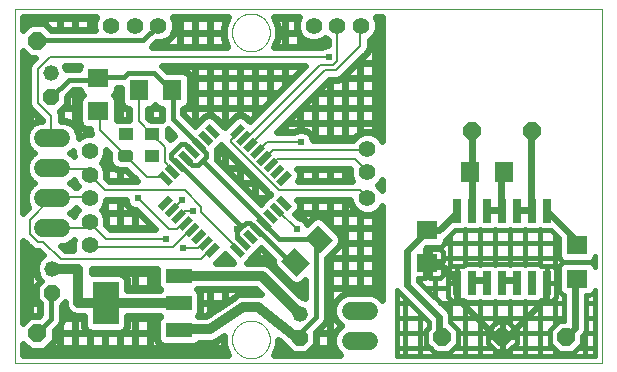
<source format=gtl>
G75*
%MOIN*%
%OFA0B0*%
%FSLAX25Y25*%
%IPPOS*%
%LPD*%
%AMOC8*
5,1,8,0,0,1.08239X$1,22.5*
%
%ADD10C,0.00000*%
%ADD11R,0.05000X0.02200*%
%ADD12R,0.02200X0.05000*%
%ADD13C,0.05600*%
%ADD14C,0.01969*%
%ADD15R,0.05118X0.03937*%
%ADD16R,0.06299X0.07087*%
%ADD17R,0.07087X0.06299*%
%ADD18OC8,0.05200*%
%ADD19C,0.05200*%
%ADD20OC8,0.06000*%
%ADD21R,0.08799X0.04799*%
%ADD22R,0.08661X0.14173*%
%ADD23C,0.06000*%
%ADD24R,0.02600X0.08000*%
%ADD25R,0.06299X0.07098*%
%ADD26R,0.07098X0.06299*%
%ADD27C,0.03200*%
%ADD28C,0.01600*%
%ADD29C,0.02400*%
%ADD30C,0.00800*%
%ADD31C,0.02400*%
D10*
X0012716Y0017082D02*
X0012716Y0135193D01*
X0208513Y0135193D01*
X0208513Y0017082D01*
X0139537Y0017082D01*
X0085157Y0024956D02*
X0085159Y0025114D01*
X0085165Y0025272D01*
X0085175Y0025430D01*
X0085189Y0025588D01*
X0085207Y0025745D01*
X0085228Y0025902D01*
X0085254Y0026058D01*
X0085284Y0026214D01*
X0085317Y0026369D01*
X0085355Y0026522D01*
X0085396Y0026675D01*
X0085441Y0026827D01*
X0085490Y0026978D01*
X0085543Y0027127D01*
X0085599Y0027275D01*
X0085659Y0027421D01*
X0085723Y0027566D01*
X0085791Y0027709D01*
X0085862Y0027851D01*
X0085936Y0027991D01*
X0086014Y0028128D01*
X0086096Y0028264D01*
X0086180Y0028398D01*
X0086269Y0028529D01*
X0086360Y0028658D01*
X0086455Y0028785D01*
X0086552Y0028910D01*
X0086653Y0029032D01*
X0086757Y0029151D01*
X0086864Y0029268D01*
X0086974Y0029382D01*
X0087087Y0029493D01*
X0087202Y0029602D01*
X0087320Y0029707D01*
X0087441Y0029809D01*
X0087564Y0029909D01*
X0087690Y0030005D01*
X0087818Y0030098D01*
X0087948Y0030188D01*
X0088081Y0030274D01*
X0088216Y0030358D01*
X0088352Y0030437D01*
X0088491Y0030514D01*
X0088632Y0030586D01*
X0088774Y0030656D01*
X0088918Y0030721D01*
X0089064Y0030783D01*
X0089211Y0030841D01*
X0089360Y0030896D01*
X0089510Y0030947D01*
X0089661Y0030994D01*
X0089813Y0031037D01*
X0089966Y0031076D01*
X0090121Y0031112D01*
X0090276Y0031143D01*
X0090432Y0031171D01*
X0090588Y0031195D01*
X0090745Y0031215D01*
X0090903Y0031231D01*
X0091060Y0031243D01*
X0091219Y0031251D01*
X0091377Y0031255D01*
X0091535Y0031255D01*
X0091693Y0031251D01*
X0091852Y0031243D01*
X0092009Y0031231D01*
X0092167Y0031215D01*
X0092324Y0031195D01*
X0092480Y0031171D01*
X0092636Y0031143D01*
X0092791Y0031112D01*
X0092946Y0031076D01*
X0093099Y0031037D01*
X0093251Y0030994D01*
X0093402Y0030947D01*
X0093552Y0030896D01*
X0093701Y0030841D01*
X0093848Y0030783D01*
X0093994Y0030721D01*
X0094138Y0030656D01*
X0094280Y0030586D01*
X0094421Y0030514D01*
X0094560Y0030437D01*
X0094696Y0030358D01*
X0094831Y0030274D01*
X0094964Y0030188D01*
X0095094Y0030098D01*
X0095222Y0030005D01*
X0095348Y0029909D01*
X0095471Y0029809D01*
X0095592Y0029707D01*
X0095710Y0029602D01*
X0095825Y0029493D01*
X0095938Y0029382D01*
X0096048Y0029268D01*
X0096155Y0029151D01*
X0096259Y0029032D01*
X0096360Y0028910D01*
X0096457Y0028785D01*
X0096552Y0028658D01*
X0096643Y0028529D01*
X0096732Y0028398D01*
X0096816Y0028264D01*
X0096898Y0028128D01*
X0096976Y0027991D01*
X0097050Y0027851D01*
X0097121Y0027709D01*
X0097189Y0027566D01*
X0097253Y0027421D01*
X0097313Y0027275D01*
X0097369Y0027127D01*
X0097422Y0026978D01*
X0097471Y0026827D01*
X0097516Y0026675D01*
X0097557Y0026522D01*
X0097595Y0026369D01*
X0097628Y0026214D01*
X0097658Y0026058D01*
X0097684Y0025902D01*
X0097705Y0025745D01*
X0097723Y0025588D01*
X0097737Y0025430D01*
X0097747Y0025272D01*
X0097753Y0025114D01*
X0097755Y0024956D01*
X0097753Y0024798D01*
X0097747Y0024640D01*
X0097737Y0024482D01*
X0097723Y0024324D01*
X0097705Y0024167D01*
X0097684Y0024010D01*
X0097658Y0023854D01*
X0097628Y0023698D01*
X0097595Y0023543D01*
X0097557Y0023390D01*
X0097516Y0023237D01*
X0097471Y0023085D01*
X0097422Y0022934D01*
X0097369Y0022785D01*
X0097313Y0022637D01*
X0097253Y0022491D01*
X0097189Y0022346D01*
X0097121Y0022203D01*
X0097050Y0022061D01*
X0096976Y0021921D01*
X0096898Y0021784D01*
X0096816Y0021648D01*
X0096732Y0021514D01*
X0096643Y0021383D01*
X0096552Y0021254D01*
X0096457Y0021127D01*
X0096360Y0021002D01*
X0096259Y0020880D01*
X0096155Y0020761D01*
X0096048Y0020644D01*
X0095938Y0020530D01*
X0095825Y0020419D01*
X0095710Y0020310D01*
X0095592Y0020205D01*
X0095471Y0020103D01*
X0095348Y0020003D01*
X0095222Y0019907D01*
X0095094Y0019814D01*
X0094964Y0019724D01*
X0094831Y0019638D01*
X0094696Y0019554D01*
X0094560Y0019475D01*
X0094421Y0019398D01*
X0094280Y0019326D01*
X0094138Y0019256D01*
X0093994Y0019191D01*
X0093848Y0019129D01*
X0093701Y0019071D01*
X0093552Y0019016D01*
X0093402Y0018965D01*
X0093251Y0018918D01*
X0093099Y0018875D01*
X0092946Y0018836D01*
X0092791Y0018800D01*
X0092636Y0018769D01*
X0092480Y0018741D01*
X0092324Y0018717D01*
X0092167Y0018697D01*
X0092009Y0018681D01*
X0091852Y0018669D01*
X0091693Y0018661D01*
X0091535Y0018657D01*
X0091377Y0018657D01*
X0091219Y0018661D01*
X0091060Y0018669D01*
X0090903Y0018681D01*
X0090745Y0018697D01*
X0090588Y0018717D01*
X0090432Y0018741D01*
X0090276Y0018769D01*
X0090121Y0018800D01*
X0089966Y0018836D01*
X0089813Y0018875D01*
X0089661Y0018918D01*
X0089510Y0018965D01*
X0089360Y0019016D01*
X0089211Y0019071D01*
X0089064Y0019129D01*
X0088918Y0019191D01*
X0088774Y0019256D01*
X0088632Y0019326D01*
X0088491Y0019398D01*
X0088352Y0019475D01*
X0088216Y0019554D01*
X0088081Y0019638D01*
X0087948Y0019724D01*
X0087818Y0019814D01*
X0087690Y0019907D01*
X0087564Y0020003D01*
X0087441Y0020103D01*
X0087320Y0020205D01*
X0087202Y0020310D01*
X0087087Y0020419D01*
X0086974Y0020530D01*
X0086864Y0020644D01*
X0086757Y0020761D01*
X0086653Y0020880D01*
X0086552Y0021002D01*
X0086455Y0021127D01*
X0086360Y0021254D01*
X0086269Y0021383D01*
X0086180Y0021514D01*
X0086096Y0021648D01*
X0086014Y0021784D01*
X0085936Y0021921D01*
X0085862Y0022061D01*
X0085791Y0022203D01*
X0085723Y0022346D01*
X0085659Y0022491D01*
X0085599Y0022637D01*
X0085543Y0022785D01*
X0085490Y0022934D01*
X0085441Y0023085D01*
X0085396Y0023237D01*
X0085355Y0023390D01*
X0085317Y0023543D01*
X0085284Y0023698D01*
X0085254Y0023854D01*
X0085228Y0024010D01*
X0085207Y0024167D01*
X0085189Y0024324D01*
X0085175Y0024482D01*
X0085165Y0024640D01*
X0085159Y0024798D01*
X0085157Y0024956D01*
X0012716Y0017082D02*
X0208513Y0017082D01*
X0085157Y0127319D02*
X0085159Y0127477D01*
X0085165Y0127635D01*
X0085175Y0127793D01*
X0085189Y0127951D01*
X0085207Y0128108D01*
X0085228Y0128265D01*
X0085254Y0128421D01*
X0085284Y0128577D01*
X0085317Y0128732D01*
X0085355Y0128885D01*
X0085396Y0129038D01*
X0085441Y0129190D01*
X0085490Y0129341D01*
X0085543Y0129490D01*
X0085599Y0129638D01*
X0085659Y0129784D01*
X0085723Y0129929D01*
X0085791Y0130072D01*
X0085862Y0130214D01*
X0085936Y0130354D01*
X0086014Y0130491D01*
X0086096Y0130627D01*
X0086180Y0130761D01*
X0086269Y0130892D01*
X0086360Y0131021D01*
X0086455Y0131148D01*
X0086552Y0131273D01*
X0086653Y0131395D01*
X0086757Y0131514D01*
X0086864Y0131631D01*
X0086974Y0131745D01*
X0087087Y0131856D01*
X0087202Y0131965D01*
X0087320Y0132070D01*
X0087441Y0132172D01*
X0087564Y0132272D01*
X0087690Y0132368D01*
X0087818Y0132461D01*
X0087948Y0132551D01*
X0088081Y0132637D01*
X0088216Y0132721D01*
X0088352Y0132800D01*
X0088491Y0132877D01*
X0088632Y0132949D01*
X0088774Y0133019D01*
X0088918Y0133084D01*
X0089064Y0133146D01*
X0089211Y0133204D01*
X0089360Y0133259D01*
X0089510Y0133310D01*
X0089661Y0133357D01*
X0089813Y0133400D01*
X0089966Y0133439D01*
X0090121Y0133475D01*
X0090276Y0133506D01*
X0090432Y0133534D01*
X0090588Y0133558D01*
X0090745Y0133578D01*
X0090903Y0133594D01*
X0091060Y0133606D01*
X0091219Y0133614D01*
X0091377Y0133618D01*
X0091535Y0133618D01*
X0091693Y0133614D01*
X0091852Y0133606D01*
X0092009Y0133594D01*
X0092167Y0133578D01*
X0092324Y0133558D01*
X0092480Y0133534D01*
X0092636Y0133506D01*
X0092791Y0133475D01*
X0092946Y0133439D01*
X0093099Y0133400D01*
X0093251Y0133357D01*
X0093402Y0133310D01*
X0093552Y0133259D01*
X0093701Y0133204D01*
X0093848Y0133146D01*
X0093994Y0133084D01*
X0094138Y0133019D01*
X0094280Y0132949D01*
X0094421Y0132877D01*
X0094560Y0132800D01*
X0094696Y0132721D01*
X0094831Y0132637D01*
X0094964Y0132551D01*
X0095094Y0132461D01*
X0095222Y0132368D01*
X0095348Y0132272D01*
X0095471Y0132172D01*
X0095592Y0132070D01*
X0095710Y0131965D01*
X0095825Y0131856D01*
X0095938Y0131745D01*
X0096048Y0131631D01*
X0096155Y0131514D01*
X0096259Y0131395D01*
X0096360Y0131273D01*
X0096457Y0131148D01*
X0096552Y0131021D01*
X0096643Y0130892D01*
X0096732Y0130761D01*
X0096816Y0130627D01*
X0096898Y0130491D01*
X0096976Y0130354D01*
X0097050Y0130214D01*
X0097121Y0130072D01*
X0097189Y0129929D01*
X0097253Y0129784D01*
X0097313Y0129638D01*
X0097369Y0129490D01*
X0097422Y0129341D01*
X0097471Y0129190D01*
X0097516Y0129038D01*
X0097557Y0128885D01*
X0097595Y0128732D01*
X0097628Y0128577D01*
X0097658Y0128421D01*
X0097684Y0128265D01*
X0097705Y0128108D01*
X0097723Y0127951D01*
X0097737Y0127793D01*
X0097747Y0127635D01*
X0097753Y0127477D01*
X0097755Y0127319D01*
X0097753Y0127161D01*
X0097747Y0127003D01*
X0097737Y0126845D01*
X0097723Y0126687D01*
X0097705Y0126530D01*
X0097684Y0126373D01*
X0097658Y0126217D01*
X0097628Y0126061D01*
X0097595Y0125906D01*
X0097557Y0125753D01*
X0097516Y0125600D01*
X0097471Y0125448D01*
X0097422Y0125297D01*
X0097369Y0125148D01*
X0097313Y0125000D01*
X0097253Y0124854D01*
X0097189Y0124709D01*
X0097121Y0124566D01*
X0097050Y0124424D01*
X0096976Y0124284D01*
X0096898Y0124147D01*
X0096816Y0124011D01*
X0096732Y0123877D01*
X0096643Y0123746D01*
X0096552Y0123617D01*
X0096457Y0123490D01*
X0096360Y0123365D01*
X0096259Y0123243D01*
X0096155Y0123124D01*
X0096048Y0123007D01*
X0095938Y0122893D01*
X0095825Y0122782D01*
X0095710Y0122673D01*
X0095592Y0122568D01*
X0095471Y0122466D01*
X0095348Y0122366D01*
X0095222Y0122270D01*
X0095094Y0122177D01*
X0094964Y0122087D01*
X0094831Y0122001D01*
X0094696Y0121917D01*
X0094560Y0121838D01*
X0094421Y0121761D01*
X0094280Y0121689D01*
X0094138Y0121619D01*
X0093994Y0121554D01*
X0093848Y0121492D01*
X0093701Y0121434D01*
X0093552Y0121379D01*
X0093402Y0121328D01*
X0093251Y0121281D01*
X0093099Y0121238D01*
X0092946Y0121199D01*
X0092791Y0121163D01*
X0092636Y0121132D01*
X0092480Y0121104D01*
X0092324Y0121080D01*
X0092167Y0121060D01*
X0092009Y0121044D01*
X0091852Y0121032D01*
X0091693Y0121024D01*
X0091535Y0121020D01*
X0091377Y0121020D01*
X0091219Y0121024D01*
X0091060Y0121032D01*
X0090903Y0121044D01*
X0090745Y0121060D01*
X0090588Y0121080D01*
X0090432Y0121104D01*
X0090276Y0121132D01*
X0090121Y0121163D01*
X0089966Y0121199D01*
X0089813Y0121238D01*
X0089661Y0121281D01*
X0089510Y0121328D01*
X0089360Y0121379D01*
X0089211Y0121434D01*
X0089064Y0121492D01*
X0088918Y0121554D01*
X0088774Y0121619D01*
X0088632Y0121689D01*
X0088491Y0121761D01*
X0088352Y0121838D01*
X0088216Y0121917D01*
X0088081Y0122001D01*
X0087948Y0122087D01*
X0087818Y0122177D01*
X0087690Y0122270D01*
X0087564Y0122366D01*
X0087441Y0122466D01*
X0087320Y0122568D01*
X0087202Y0122673D01*
X0087087Y0122782D01*
X0086974Y0122893D01*
X0086864Y0123007D01*
X0086757Y0123124D01*
X0086653Y0123243D01*
X0086552Y0123365D01*
X0086455Y0123490D01*
X0086360Y0123617D01*
X0086269Y0123746D01*
X0086180Y0123877D01*
X0086096Y0124011D01*
X0086014Y0124147D01*
X0085936Y0124284D01*
X0085862Y0124424D01*
X0085791Y0124566D01*
X0085723Y0124709D01*
X0085659Y0124854D01*
X0085599Y0125000D01*
X0085543Y0125148D01*
X0085490Y0125297D01*
X0085441Y0125448D01*
X0085396Y0125600D01*
X0085355Y0125753D01*
X0085317Y0125906D01*
X0085284Y0126061D01*
X0085254Y0126217D01*
X0085228Y0126373D01*
X0085207Y0126530D01*
X0085189Y0126687D01*
X0085175Y0126845D01*
X0085165Y0127003D01*
X0085159Y0127161D01*
X0085157Y0127319D01*
D11*
G36*
X0079550Y0091782D02*
X0076016Y0095316D01*
X0077572Y0096872D01*
X0081106Y0093338D01*
X0079550Y0091782D01*
G37*
G36*
X0077322Y0089555D02*
X0073788Y0093089D01*
X0075344Y0094645D01*
X0078878Y0091111D01*
X0077322Y0089555D01*
G37*
G36*
X0075095Y0087328D02*
X0071561Y0090862D01*
X0073117Y0092418D01*
X0076651Y0088884D01*
X0075095Y0087328D01*
G37*
G36*
X0072868Y0085101D02*
X0069334Y0088635D01*
X0070890Y0090191D01*
X0074424Y0086657D01*
X0072868Y0085101D01*
G37*
G36*
X0070641Y0082874D02*
X0067107Y0086408D01*
X0068663Y0087964D01*
X0072197Y0084430D01*
X0070641Y0082874D01*
G37*
G36*
X0068414Y0080647D02*
X0064880Y0084181D01*
X0066436Y0085737D01*
X0069970Y0082203D01*
X0068414Y0080647D01*
G37*
G36*
X0066187Y0078420D02*
X0062653Y0081954D01*
X0064209Y0083510D01*
X0067743Y0079976D01*
X0066187Y0078420D01*
G37*
G36*
X0063960Y0076193D02*
X0060426Y0079727D01*
X0061982Y0081283D01*
X0065516Y0077749D01*
X0063960Y0076193D01*
G37*
G36*
X0092314Y0056747D02*
X0088780Y0060281D01*
X0090336Y0061837D01*
X0093870Y0058303D01*
X0092314Y0056747D01*
G37*
G36*
X0090087Y0054520D02*
X0086553Y0058054D01*
X0088109Y0059610D01*
X0091643Y0056076D01*
X0090087Y0054520D01*
G37*
G36*
X0087860Y0052292D02*
X0084326Y0055826D01*
X0085882Y0057382D01*
X0089416Y0053848D01*
X0087860Y0052292D01*
G37*
G36*
X0094541Y0058974D02*
X0091007Y0062508D01*
X0092563Y0064064D01*
X0096097Y0060530D01*
X0094541Y0058974D01*
G37*
G36*
X0096768Y0061201D02*
X0093234Y0064735D01*
X0094790Y0066291D01*
X0098324Y0062757D01*
X0096768Y0061201D01*
G37*
G36*
X0098996Y0063428D02*
X0095462Y0066962D01*
X0097018Y0068518D01*
X0100552Y0064984D01*
X0098996Y0063428D01*
G37*
G36*
X0101223Y0065655D02*
X0097689Y0069189D01*
X0099245Y0070745D01*
X0102779Y0067211D01*
X0101223Y0065655D01*
G37*
G36*
X0103450Y0067882D02*
X0099916Y0071416D01*
X0101472Y0072972D01*
X0105006Y0069438D01*
X0103450Y0067882D01*
G37*
D12*
G36*
X0101472Y0076193D02*
X0099916Y0077749D01*
X0103450Y0081283D01*
X0105006Y0079727D01*
X0101472Y0076193D01*
G37*
G36*
X0099245Y0078420D02*
X0097689Y0079976D01*
X0101223Y0083510D01*
X0102779Y0081954D01*
X0099245Y0078420D01*
G37*
G36*
X0097018Y0080647D02*
X0095462Y0082203D01*
X0098996Y0085737D01*
X0100552Y0084181D01*
X0097018Y0080647D01*
G37*
G36*
X0094790Y0082874D02*
X0093234Y0084430D01*
X0096768Y0087964D01*
X0098324Y0086408D01*
X0094790Y0082874D01*
G37*
G36*
X0092563Y0085101D02*
X0091007Y0086657D01*
X0094541Y0090191D01*
X0096097Y0088635D01*
X0092563Y0085101D01*
G37*
G36*
X0090336Y0087328D02*
X0088780Y0088884D01*
X0092314Y0092418D01*
X0093870Y0090862D01*
X0090336Y0087328D01*
G37*
G36*
X0088109Y0089555D02*
X0086553Y0091111D01*
X0090087Y0094645D01*
X0091643Y0093089D01*
X0088109Y0089555D01*
G37*
G36*
X0085882Y0091782D02*
X0084326Y0093338D01*
X0087860Y0096872D01*
X0089416Y0095316D01*
X0085882Y0091782D01*
G37*
G36*
X0061982Y0067882D02*
X0060426Y0069438D01*
X0063960Y0072972D01*
X0065516Y0071416D01*
X0061982Y0067882D01*
G37*
G36*
X0064209Y0065655D02*
X0062653Y0067211D01*
X0066187Y0070745D01*
X0067743Y0069189D01*
X0064209Y0065655D01*
G37*
G36*
X0066436Y0063428D02*
X0064880Y0064984D01*
X0068414Y0068518D01*
X0069970Y0066962D01*
X0066436Y0063428D01*
G37*
G36*
X0068663Y0061201D02*
X0067107Y0062757D01*
X0070641Y0066291D01*
X0072197Y0064735D01*
X0068663Y0061201D01*
G37*
G36*
X0070890Y0058974D02*
X0069334Y0060530D01*
X0072868Y0064064D01*
X0074424Y0062508D01*
X0070890Y0058974D01*
G37*
G36*
X0073117Y0056747D02*
X0071561Y0058303D01*
X0075095Y0061837D01*
X0076651Y0060281D01*
X0073117Y0056747D01*
G37*
G36*
X0075344Y0054520D02*
X0073788Y0056076D01*
X0077322Y0059610D01*
X0078878Y0058054D01*
X0075344Y0054520D01*
G37*
G36*
X0077572Y0052292D02*
X0076016Y0053848D01*
X0079550Y0057382D01*
X0081106Y0055826D01*
X0077572Y0052292D01*
G37*
D13*
X0037716Y0056334D03*
X0037716Y0064208D03*
X0037716Y0072082D03*
X0037716Y0079956D03*
X0037716Y0087830D03*
X0044842Y0129582D03*
X0052716Y0129582D03*
X0060590Y0129582D03*
X0112342Y0129582D03*
X0120216Y0129582D03*
X0128090Y0129582D03*
X0130216Y0088519D03*
X0130216Y0080645D03*
X0130216Y0072082D03*
D14*
X0051240Y0085291D02*
X0048090Y0085291D01*
X0048090Y0087259D01*
X0051240Y0087259D01*
X0051240Y0085291D01*
X0051240Y0087259D02*
X0048090Y0087259D01*
D15*
X0049665Y0093362D03*
X0058326Y0093362D03*
X0058326Y0086275D03*
D16*
X0054113Y0108165D03*
X0065137Y0108165D03*
G36*
X0109382Y0058758D02*
X0113835Y0063211D01*
X0118844Y0058202D01*
X0114391Y0053749D01*
X0109382Y0058758D01*
G37*
G36*
X0101587Y0050963D02*
X0106040Y0055416D01*
X0111049Y0050407D01*
X0106596Y0045954D01*
X0101587Y0050963D01*
G37*
D17*
X0150216Y0050321D03*
X0150216Y0061344D03*
X0040629Y0100980D03*
X0040629Y0112004D03*
D18*
X0024674Y0105681D03*
X0025216Y0040582D03*
X0107716Y0025582D03*
D19*
X0107716Y0033582D03*
X0025216Y0048582D03*
X0024674Y0113681D03*
D20*
X0020216Y0124582D03*
X0165216Y0094582D03*
X0185216Y0094582D03*
X0175216Y0025832D03*
X0155216Y0025832D03*
X0196466Y0025832D03*
X0020216Y0027082D03*
D21*
X0067417Y0027984D03*
X0067417Y0037082D03*
X0067417Y0046181D03*
D22*
X0043015Y0037082D03*
D23*
X0028216Y0062082D02*
X0022216Y0062082D01*
X0022216Y0072082D02*
X0028216Y0072082D01*
X0028216Y0082082D02*
X0022216Y0082082D01*
X0022216Y0092082D02*
X0028216Y0092082D01*
X0124716Y0034582D02*
X0130716Y0034582D01*
X0130716Y0024582D02*
X0124716Y0024582D01*
D24*
X0160216Y0043732D03*
X0165216Y0043732D03*
X0170216Y0043732D03*
X0175216Y0043732D03*
X0180216Y0043732D03*
X0185216Y0043732D03*
X0190216Y0043732D03*
X0190216Y0067932D03*
X0185216Y0067932D03*
X0180216Y0067932D03*
X0175216Y0067932D03*
X0170216Y0067932D03*
X0165216Y0067932D03*
X0160216Y0067932D03*
D25*
X0164617Y0080832D03*
X0175814Y0080832D03*
D26*
X0200216Y0056431D03*
X0200216Y0045234D03*
D27*
X0107716Y0033582D02*
X0095117Y0046181D01*
X0067417Y0046181D01*
X0067417Y0037082D02*
X0043015Y0037082D01*
X0033966Y0037082D01*
X0033966Y0048582D01*
X0025216Y0048582D01*
X0067417Y0027984D02*
X0067765Y0028332D01*
X0077716Y0028332D01*
X0088966Y0035832D01*
X0093966Y0035832D01*
X0106716Y0025582D01*
X0107716Y0025582D01*
D28*
X0108566Y0026982D01*
X0108566Y0027882D01*
X0113066Y0032382D01*
X0113066Y0058032D01*
X0114113Y0058480D01*
X0113966Y0058482D01*
X0100916Y0058482D01*
X0095966Y0063432D01*
X0095779Y0063746D01*
X0095516Y0064332D01*
X0075716Y0084132D01*
X0075266Y0084582D01*
X0073916Y0083232D01*
X0071666Y0083232D01*
X0069866Y0085032D01*
X0069652Y0085419D01*
X0071666Y0087732D02*
X0071879Y0087646D01*
X0071666Y0087732D02*
X0069416Y0089982D01*
X0068066Y0089982D01*
X0064916Y0086832D01*
X0064916Y0085482D01*
X0067166Y0083232D01*
X0067425Y0083192D01*
X0068066Y0082782D01*
X0087866Y0062982D01*
X0088316Y0062532D01*
X0086966Y0061182D01*
X0086966Y0061632D01*
X0086966Y0061182D02*
X0086966Y0058932D01*
X0088766Y0057132D01*
X0089098Y0057065D01*
X0093266Y0061632D02*
X0093552Y0061519D01*
X0094166Y0061182D01*
X0104516Y0050832D01*
X0106316Y0050832D01*
X0106318Y0050685D01*
X0093266Y0061632D02*
X0091016Y0063882D01*
X0089666Y0063882D01*
X0088316Y0062532D01*
X0075266Y0084582D02*
X0076616Y0085932D01*
X0076616Y0087282D01*
X0074366Y0089532D01*
X0074106Y0089873D01*
X0073916Y0089982D01*
X0065366Y0098532D01*
X0065366Y0107982D01*
X0065137Y0108165D01*
X0064466Y0108432D01*
X0059066Y0113832D01*
X0050516Y0113832D01*
X0049166Y0112482D01*
X0041066Y0112482D01*
X0040629Y0112004D01*
X0040616Y0111582D01*
X0030716Y0111582D01*
X0024866Y0105732D01*
X0024674Y0105681D01*
X0020216Y0124582D02*
X0020366Y0124632D01*
X0055466Y0124632D01*
X0060416Y0129582D01*
X0060590Y0129582D01*
X0161993Y0061532D02*
X0162716Y0061832D01*
X0162716Y0049833D01*
X0162556Y0049767D02*
X0162202Y0049412D01*
X0161753Y0049532D01*
X0160216Y0049532D01*
X0160216Y0043733D01*
X0160216Y0043733D01*
X0160216Y0049532D01*
X0158679Y0049532D01*
X0158221Y0049410D01*
X0157811Y0049173D01*
X0157475Y0048838D01*
X0157238Y0048427D01*
X0157116Y0047969D01*
X0157116Y0043732D01*
X0157116Y0039495D01*
X0157238Y0039038D01*
X0157475Y0038627D01*
X0157811Y0038292D01*
X0158221Y0038055D01*
X0158679Y0037932D01*
X0160216Y0037932D01*
X0161753Y0037932D01*
X0162202Y0038053D01*
X0162556Y0037698D01*
X0163438Y0037332D01*
X0166993Y0037332D01*
X0167716Y0037632D01*
X0167716Y0019482D01*
X0162716Y0019482D02*
X0162716Y0037632D01*
X0160216Y0037932D02*
X0160216Y0043732D01*
X0160216Y0043732D01*
X0160216Y0037932D01*
X0157716Y0038387D02*
X0157716Y0033461D01*
X0157900Y0033015D02*
X0157352Y0034338D01*
X0147074Y0044617D01*
X0147074Y0045371D01*
X0149441Y0045371D01*
X0149441Y0049546D01*
X0150991Y0049546D01*
X0150991Y0051095D01*
X0155559Y0051095D01*
X0155559Y0053707D01*
X0155436Y0054165D01*
X0155199Y0054575D01*
X0154864Y0054911D01*
X0154454Y0055148D01*
X0153996Y0055270D01*
X0150991Y0055270D01*
X0150991Y0051095D01*
X0149441Y0051095D01*
X0149441Y0055270D01*
X0149351Y0055270D01*
X0149876Y0055795D01*
X0154237Y0055795D01*
X0155119Y0056160D01*
X0155794Y0056835D01*
X0156159Y0057717D01*
X0156159Y0058247D01*
X0156340Y0058322D01*
X0159550Y0061532D01*
X0161993Y0061532D01*
X0162716Y0061832D02*
X0163438Y0061532D01*
X0166993Y0061532D01*
X0167716Y0061832D01*
X0167716Y0049833D01*
X0166993Y0050132D01*
X0163438Y0050132D01*
X0162556Y0049767D01*
X0160216Y0047082D02*
X0160216Y0047082D01*
X0157116Y0047082D02*
X0155559Y0047082D01*
X0155559Y0046934D02*
X0155559Y0049546D01*
X0150991Y0049546D01*
X0150991Y0045371D01*
X0153996Y0045371D01*
X0154454Y0045494D01*
X0154864Y0045731D01*
X0155199Y0046066D01*
X0155436Y0046476D01*
X0155559Y0046934D01*
X0157716Y0049078D02*
X0157716Y0059698D01*
X0155896Y0057082D02*
X0194267Y0057082D01*
X0194267Y0058639D02*
X0194267Y0052804D01*
X0194632Y0051922D01*
X0195307Y0051247D01*
X0196189Y0050881D01*
X0204242Y0050881D01*
X0205125Y0051247D01*
X0205800Y0051922D01*
X0206113Y0052678D01*
X0206113Y0048986D01*
X0205800Y0049743D01*
X0205125Y0050418D01*
X0204242Y0050784D01*
X0196189Y0050784D01*
X0195307Y0050418D01*
X0194632Y0049743D01*
X0194267Y0048861D01*
X0194267Y0041607D01*
X0194632Y0040725D01*
X0195307Y0040050D01*
X0195976Y0039773D01*
X0195976Y0031232D01*
X0194229Y0031232D01*
X0191066Y0028069D01*
X0191066Y0023596D01*
X0194229Y0020432D01*
X0198703Y0020432D01*
X0201866Y0023596D01*
X0201866Y0026092D01*
X0202628Y0026854D01*
X0203176Y0028177D01*
X0203176Y0039684D01*
X0204242Y0039684D01*
X0205125Y0040050D01*
X0205800Y0040725D01*
X0206113Y0041482D01*
X0206113Y0019482D01*
X0140216Y0019482D01*
X0140216Y0041584D01*
X0140422Y0041086D01*
X0141434Y0040074D01*
X0150700Y0030808D01*
X0150700Y0028954D01*
X0149816Y0028069D01*
X0149816Y0023596D01*
X0152979Y0020432D01*
X0157453Y0020432D01*
X0160616Y0023596D01*
X0160616Y0028069D01*
X0157900Y0030784D01*
X0157900Y0033015D01*
X0157900Y0032082D02*
X0195976Y0032082D01*
X0192716Y0029719D02*
X0192716Y0038387D01*
X0192621Y0038292D02*
X0192956Y0038627D01*
X0193193Y0039038D01*
X0193316Y0039495D01*
X0193316Y0043732D01*
X0190216Y0043732D01*
X0190216Y0037932D01*
X0191753Y0037932D01*
X0192211Y0038055D01*
X0192621Y0038292D01*
X0190216Y0037932D02*
X0190216Y0043732D01*
X0190216Y0043732D01*
X0190216Y0043732D01*
X0193316Y0043732D01*
X0193316Y0047969D01*
X0193193Y0048427D01*
X0192956Y0048838D01*
X0192621Y0049173D01*
X0192211Y0049410D01*
X0191753Y0049532D01*
X0190216Y0049532D01*
X0190216Y0043733D01*
X0190216Y0043733D01*
X0190216Y0049532D01*
X0188679Y0049532D01*
X0188230Y0049412D01*
X0187875Y0049767D01*
X0186993Y0050132D01*
X0183438Y0050132D01*
X0182716Y0049833D01*
X0182716Y0061832D01*
X0183438Y0061532D01*
X0186993Y0061532D01*
X0187716Y0061832D01*
X0187716Y0049833D01*
X0190216Y0047082D02*
X0190216Y0047082D01*
X0193316Y0047082D02*
X0194267Y0047082D01*
X0192716Y0049078D02*
X0192716Y0060190D01*
X0191373Y0061532D02*
X0194267Y0058639D01*
X0191373Y0061532D02*
X0188438Y0061532D01*
X0187716Y0061832D01*
X0182716Y0061832D02*
X0181993Y0061532D01*
X0178438Y0061532D01*
X0177716Y0061832D01*
X0177716Y0049833D01*
X0176993Y0050132D01*
X0173438Y0050132D01*
X0172716Y0049833D01*
X0172716Y0061832D01*
X0173438Y0061532D01*
X0176993Y0061532D01*
X0177716Y0061832D01*
X0172716Y0061832D02*
X0171993Y0061532D01*
X0168438Y0061532D01*
X0167716Y0061832D01*
X0155559Y0052082D02*
X0194565Y0052082D01*
X0197716Y0050881D02*
X0197716Y0050784D01*
X0202716Y0050784D02*
X0202716Y0050881D01*
X0205866Y0052082D02*
X0206113Y0052082D01*
X0192716Y0043732D02*
X0192716Y0043732D01*
X0193316Y0042082D02*
X0194267Y0042082D01*
X0190216Y0042082D02*
X0190216Y0042082D01*
X0190216Y0037932D02*
X0188679Y0037932D01*
X0188230Y0038053D01*
X0187875Y0037698D01*
X0186993Y0037332D01*
X0183438Y0037332D01*
X0182716Y0037632D01*
X0182716Y0019482D01*
X0177716Y0019482D02*
X0177716Y0021544D01*
X0177204Y0021032D02*
X0180016Y0023844D01*
X0180016Y0025632D01*
X0175416Y0025632D01*
X0175416Y0021032D01*
X0177204Y0021032D01*
X0178254Y0022082D02*
X0192579Y0022082D01*
X0192716Y0021946D02*
X0192716Y0019482D01*
X0197716Y0019482D02*
X0197716Y0020432D01*
X0200353Y0022082D02*
X0206113Y0022082D01*
X0202716Y0019482D02*
X0202716Y0027066D01*
X0202723Y0027082D02*
X0206113Y0027082D01*
X0206113Y0032082D02*
X0203176Y0032082D01*
X0203176Y0037082D02*
X0206113Y0037082D01*
X0195976Y0037082D02*
X0154608Y0037082D01*
X0152716Y0038975D02*
X0152716Y0045371D01*
X0150991Y0047082D02*
X0149441Y0047082D01*
X0147716Y0045371D02*
X0147716Y0043975D01*
X0149608Y0042082D02*
X0157116Y0042082D01*
X0157116Y0043732D02*
X0160216Y0043732D01*
X0160216Y0043732D01*
X0157116Y0043732D01*
X0157716Y0043732D02*
X0157716Y0043732D01*
X0160216Y0042082D02*
X0160216Y0042082D01*
X0167716Y0037632D02*
X0168438Y0037332D01*
X0171993Y0037332D01*
X0172716Y0037632D01*
X0172716Y0030121D01*
X0173228Y0030632D02*
X0170416Y0027821D01*
X0170416Y0026032D01*
X0175016Y0026032D01*
X0175016Y0025632D01*
X0175416Y0025632D01*
X0175416Y0026032D01*
X0180016Y0026032D01*
X0180016Y0027821D01*
X0177204Y0030632D01*
X0175416Y0030632D01*
X0175416Y0026032D01*
X0175016Y0026032D01*
X0175016Y0030632D01*
X0173228Y0030632D01*
X0177716Y0030121D02*
X0177716Y0037632D01*
X0178438Y0037332D01*
X0181993Y0037332D01*
X0182716Y0037632D01*
X0177716Y0037632D02*
X0176993Y0037332D01*
X0173438Y0037332D01*
X0172716Y0037632D01*
X0187716Y0037632D02*
X0187716Y0019482D01*
X0191066Y0027082D02*
X0180016Y0027082D01*
X0177716Y0026032D02*
X0177716Y0025632D01*
X0175016Y0025632D02*
X0175016Y0021032D01*
X0173228Y0021032D01*
X0170416Y0023844D01*
X0170416Y0025632D01*
X0175016Y0025632D01*
X0175016Y0027082D02*
X0175416Y0027082D01*
X0172716Y0026032D02*
X0172716Y0025632D01*
X0170416Y0027082D02*
X0160616Y0027082D01*
X0159103Y0022082D02*
X0172178Y0022082D01*
X0172716Y0021544D02*
X0172716Y0019482D01*
X0175016Y0022082D02*
X0175416Y0022082D01*
X0157716Y0020696D02*
X0157716Y0019482D01*
X0152716Y0019482D02*
X0152716Y0020696D01*
X0151329Y0022082D02*
X0140216Y0022082D01*
X0142716Y0019482D02*
X0142716Y0038792D01*
X0144426Y0037082D02*
X0140216Y0037082D01*
X0140216Y0032082D02*
X0149426Y0032082D01*
X0147716Y0033792D02*
X0147716Y0019482D01*
X0149816Y0027082D02*
X0140216Y0027082D01*
X0152716Y0049546D02*
X0152716Y0051095D01*
X0150991Y0052082D02*
X0149441Y0052082D01*
X0152716Y0055270D02*
X0152716Y0055795D01*
X0167716Y0049833D02*
X0168438Y0050132D01*
X0171993Y0050132D01*
X0172716Y0049833D01*
X0177716Y0049833D02*
X0178438Y0050132D01*
X0181993Y0050132D01*
X0182716Y0049833D01*
X0025216Y0040582D02*
X0024866Y0040482D01*
X0024866Y0031932D01*
X0020366Y0027432D01*
X0020216Y0027082D01*
D29*
X0063116Y0058482D03*
X0068966Y0055332D03*
X0086966Y0061632D03*
X0072116Y0067932D03*
X0068516Y0071532D03*
X0053666Y0071982D03*
X0106766Y0061632D03*
X0108116Y0090882D03*
X0117566Y0119232D03*
D30*
X0024416Y0119232D01*
X0020366Y0115182D01*
X0020366Y0103932D01*
X0024866Y0099432D01*
X0024866Y0092232D01*
X0025216Y0092082D01*
X0025216Y0082082D02*
X0025316Y0081882D01*
X0035666Y0081882D01*
X0037466Y0080082D01*
X0037716Y0079956D01*
X0037916Y0079632D01*
X0042866Y0074682D01*
X0069416Y0074682D01*
X0074816Y0069282D01*
X0074816Y0067482D01*
X0086516Y0055782D01*
X0086516Y0054882D01*
X0086871Y0054837D01*
X0078561Y0054837D02*
X0078416Y0054432D01*
X0077516Y0054432D01*
X0074816Y0051732D01*
X0028016Y0051732D01*
X0022166Y0057582D01*
X0020366Y0057582D01*
X0017666Y0060282D01*
X0017666Y0064782D01*
X0024866Y0071982D01*
X0025216Y0072082D01*
X0025316Y0072432D01*
X0037466Y0072432D01*
X0037716Y0072082D01*
X0037716Y0064208D02*
X0037466Y0063882D01*
X0035666Y0062082D01*
X0025316Y0062082D01*
X0025216Y0062082D01*
X0037716Y0064208D02*
X0037916Y0063882D01*
X0043316Y0058482D01*
X0063116Y0058482D01*
X0065366Y0055782D02*
X0038366Y0055782D01*
X0037916Y0056232D01*
X0037716Y0056334D01*
X0053666Y0071982D02*
X0064016Y0061632D01*
X0066716Y0061632D01*
X0068516Y0063432D01*
X0069416Y0063432D01*
X0069652Y0063746D01*
X0070766Y0061182D02*
X0065366Y0055782D01*
X0068966Y0055332D02*
X0073916Y0055332D01*
X0075266Y0056682D01*
X0076166Y0056682D01*
X0076333Y0057065D01*
X0071666Y0061182D02*
X0071879Y0061519D01*
X0071666Y0061182D02*
X0070766Y0061182D01*
X0067425Y0065973D02*
X0067616Y0066132D01*
X0069416Y0067932D01*
X0072116Y0067932D01*
X0068516Y0071532D02*
X0065366Y0068382D01*
X0065198Y0068200D01*
X0062971Y0078738D02*
X0062666Y0079182D01*
X0056816Y0079182D01*
X0050066Y0085932D01*
X0049665Y0086275D01*
X0049616Y0086382D01*
X0041066Y0094932D01*
X0041066Y0100782D01*
X0040629Y0100980D01*
X0054116Y0097632D02*
X0058166Y0093582D01*
X0058326Y0093362D01*
X0058616Y0093132D01*
X0062666Y0089082D01*
X0062666Y0084132D01*
X0064916Y0081882D01*
X0064916Y0080982D01*
X0065198Y0080965D01*
X0084716Y0090882D02*
X0100916Y0074682D01*
X0127916Y0074682D01*
X0130166Y0072432D01*
X0130216Y0072082D01*
X0130216Y0080645D02*
X0130166Y0080982D01*
X0126116Y0085032D01*
X0100016Y0085032D01*
X0098216Y0083232D01*
X0098007Y0083192D01*
X0095966Y0085482D02*
X0095779Y0085419D01*
X0095966Y0085482D02*
X0098666Y0088182D01*
X0130166Y0088182D01*
X0130216Y0088519D01*
X0108116Y0090882D02*
X0096866Y0090882D01*
X0093716Y0087732D01*
X0093552Y0087646D01*
X0091466Y0089982D02*
X0091325Y0089873D01*
X0091466Y0089982D02*
X0116216Y0114732D01*
X0119816Y0114732D01*
X0127916Y0122832D01*
X0127916Y0129582D01*
X0128090Y0129582D01*
X0120266Y0129582D02*
X0120216Y0129582D01*
X0120266Y0129582D02*
X0120266Y0117882D01*
X0118916Y0116532D01*
X0114416Y0116532D01*
X0090116Y0092232D01*
X0089216Y0092232D01*
X0089098Y0092100D01*
X0086516Y0093132D02*
X0084716Y0091332D01*
X0084716Y0090882D01*
X0086516Y0093132D02*
X0086516Y0094032D01*
X0086871Y0094327D01*
X0054116Y0097632D02*
X0054116Y0107982D01*
X0054113Y0108165D01*
X0100234Y0068200D02*
X0100466Y0067932D01*
X0106766Y0061632D01*
D31*
X0110275Y0063613D02*
X0110157Y0063898D01*
X0109032Y0065023D01*
X0107561Y0065632D01*
X0107291Y0065632D01*
X0106226Y0066697D01*
X0107380Y0067851D01*
X0107806Y0068880D01*
X0107806Y0069994D01*
X0107380Y0071023D01*
X0106921Y0071482D01*
X0124616Y0071482D01*
X0124616Y0070968D01*
X0125468Y0068910D01*
X0127044Y0067335D01*
X0129102Y0066482D01*
X0131330Y0066482D01*
X0133388Y0067335D01*
X0134963Y0068910D01*
X0135216Y0069520D01*
X0135216Y0038285D01*
X0134001Y0039499D01*
X0131870Y0040382D01*
X0123562Y0040382D01*
X0121430Y0039499D01*
X0119799Y0037868D01*
X0118916Y0035736D01*
X0118916Y0033429D01*
X0119799Y0031297D01*
X0121430Y0029665D01*
X0121631Y0029582D01*
X0121430Y0029499D01*
X0119799Y0027868D01*
X0118916Y0025736D01*
X0118916Y0023429D01*
X0119799Y0021297D01*
X0121213Y0019882D01*
X0099203Y0019882D01*
X0100555Y0023146D01*
X0100555Y0024890D01*
X0102316Y0023474D01*
X0102316Y0023346D01*
X0105479Y0020182D01*
X0109953Y0020182D01*
X0113116Y0023346D01*
X0113116Y0027341D01*
X0115105Y0029330D01*
X0116118Y0030343D01*
X0116666Y0031666D01*
X0116666Y0052062D01*
X0121220Y0056615D01*
X0121646Y0057644D01*
X0121646Y0058758D01*
X0121220Y0059787D01*
X0115421Y0065586D01*
X0114392Y0066012D01*
X0113278Y0066012D01*
X0112249Y0065586D01*
X0110275Y0063613D01*
X0107716Y0065568D02*
X0107716Y0068662D01*
X0107716Y0070213D02*
X0107716Y0071482D01*
X0112716Y0071482D02*
X0112716Y0065780D01*
X0106611Y0067082D02*
X0127653Y0067082D01*
X0127716Y0067057D02*
X0127716Y0040382D01*
X0122716Y0040032D02*
X0122716Y0071482D01*
X0117716Y0071482D02*
X0117716Y0063291D01*
X0118925Y0062082D02*
X0135216Y0062082D01*
X0135216Y0057082D02*
X0121413Y0057082D01*
X0117716Y0053112D02*
X0117716Y0019882D01*
X0119473Y0022082D02*
X0111853Y0022082D01*
X0112716Y0022946D02*
X0112716Y0019882D01*
X0107716Y0019882D02*
X0107716Y0020182D01*
X0103579Y0022082D02*
X0100114Y0022082D01*
X0102716Y0022946D02*
X0102716Y0019882D01*
X0113116Y0027082D02*
X0119473Y0027082D01*
X0115105Y0029330D02*
X0115105Y0029330D01*
X0116666Y0032082D02*
X0119473Y0032082D01*
X0119473Y0037082D02*
X0116666Y0037082D01*
X0116666Y0042082D02*
X0135216Y0042082D01*
X0132716Y0040032D02*
X0132716Y0067057D01*
X0132778Y0067082D02*
X0135216Y0067082D01*
X0135216Y0074645D02*
X0135216Y0078083D01*
X0134963Y0077473D01*
X0133854Y0076364D01*
X0134963Y0075255D01*
X0135216Y0074645D01*
X0135216Y0077082D02*
X0134572Y0077082D01*
X0125299Y0077882D02*
X0107121Y0077882D01*
X0107380Y0078141D01*
X0107806Y0079171D01*
X0107806Y0080285D01*
X0107380Y0081314D01*
X0106861Y0081832D01*
X0124646Y0081832D01*
X0124616Y0081759D01*
X0124616Y0079531D01*
X0125299Y0077882D01*
X0122716Y0077882D02*
X0122716Y0081832D01*
X0117716Y0081832D02*
X0117716Y0077882D01*
X0112716Y0077882D02*
X0112716Y0081832D01*
X0107716Y0081832D02*
X0107716Y0080503D01*
X0107716Y0078952D02*
X0107716Y0077882D01*
X0097806Y0073267D02*
X0097541Y0073003D01*
X0095314Y0070776D01*
X0094739Y0070201D01*
X0080071Y0084868D01*
X0080216Y0085216D01*
X0080216Y0087998D01*
X0080073Y0088344D01*
X0081253Y0089524D01*
X0081650Y0089922D01*
X0082003Y0089070D01*
X0097806Y0073267D01*
X0097716Y0073178D02*
X0097716Y0073357D01*
X0096621Y0072082D02*
X0092857Y0072082D01*
X0092716Y0072224D02*
X0092716Y0078357D01*
X0093990Y0077082D02*
X0087857Y0077082D01*
X0087716Y0077224D02*
X0087716Y0083357D01*
X0088990Y0082082D02*
X0082857Y0082082D01*
X0082716Y0082224D02*
X0082716Y0088357D01*
X0083990Y0087082D02*
X0080216Y0087082D01*
X0082716Y0095688D02*
X0079157Y0099247D01*
X0078128Y0099673D01*
X0077014Y0099673D01*
X0075985Y0099247D01*
X0073757Y0097020D01*
X0072864Y0096126D01*
X0068966Y0100024D01*
X0068966Y0101872D01*
X0069873Y0102248D01*
X0070660Y0103036D01*
X0071087Y0104065D01*
X0071087Y0112265D01*
X0070660Y0113294D01*
X0069873Y0114082D01*
X0068844Y0114508D01*
X0063481Y0114508D01*
X0061957Y0116032D01*
X0109390Y0116032D01*
X0091026Y0097668D01*
X0089447Y0099247D01*
X0088418Y0099673D01*
X0087304Y0099673D01*
X0086275Y0099247D01*
X0082716Y0095688D01*
X0082716Y0116032D01*
X0077716Y0116032D02*
X0077716Y0099673D01*
X0081321Y0097082D02*
X0084111Y0097082D01*
X0087716Y0099673D02*
X0087716Y0116032D01*
X0092716Y0116032D02*
X0092716Y0099358D01*
X0095440Y0102082D02*
X0069473Y0102082D01*
X0071087Y0107082D02*
X0100440Y0107082D01*
X0102716Y0109358D02*
X0102716Y0116032D01*
X0107716Y0116032D02*
X0107716Y0114358D01*
X0105440Y0112082D02*
X0071087Y0112082D01*
X0067716Y0114508D02*
X0067716Y0116032D01*
X0062716Y0116032D02*
X0062716Y0115274D01*
X0062716Y0122432D02*
X0062716Y0124402D01*
X0061704Y0123982D02*
X0063762Y0124835D01*
X0065337Y0126410D01*
X0066190Y0128468D01*
X0066190Y0130696D01*
X0065487Y0132393D01*
X0083709Y0132393D01*
X0082357Y0129129D01*
X0082357Y0125509D01*
X0083631Y0122432D01*
X0058357Y0122432D01*
X0059907Y0123982D01*
X0061704Y0123982D01*
X0065616Y0127082D02*
X0082357Y0127082D01*
X0082716Y0124642D02*
X0082716Y0122432D01*
X0077716Y0122432D02*
X0077716Y0132393D01*
X0082716Y0132393D02*
X0082716Y0129995D01*
X0083580Y0132082D02*
X0065616Y0132082D01*
X0067716Y0132393D02*
X0067716Y0122432D01*
X0072716Y0122432D02*
X0072716Y0132393D01*
X0072716Y0116032D02*
X0072716Y0096274D01*
X0071907Y0097082D02*
X0073820Y0097082D01*
X0065900Y0092907D02*
X0065014Y0092022D01*
X0064633Y0091641D01*
X0063685Y0092589D01*
X0063685Y0095122D01*
X0065900Y0092907D01*
X0065075Y0092082D02*
X0064191Y0092082D01*
X0061766Y0097996D02*
X0061442Y0098130D01*
X0058143Y0098130D01*
X0057316Y0098958D01*
X0057316Y0101822D01*
X0057820Y0101822D01*
X0058849Y0102248D01*
X0059625Y0103024D01*
X0060401Y0102248D01*
X0061431Y0101822D01*
X0061766Y0101822D01*
X0061766Y0097996D01*
X0057716Y0098558D02*
X0057716Y0101822D01*
X0058449Y0102082D02*
X0060801Y0102082D01*
X0050916Y0101822D02*
X0050916Y0098130D01*
X0046973Y0098130D01*
X0046973Y0104687D01*
X0046546Y0105716D01*
X0045770Y0106492D01*
X0046546Y0107268D01*
X0046973Y0108297D01*
X0046973Y0108882D01*
X0048164Y0108882D01*
X0048164Y0104065D01*
X0048590Y0103036D01*
X0049378Y0102248D01*
X0050407Y0101822D01*
X0050916Y0101822D01*
X0049778Y0102082D02*
X0046973Y0102082D01*
X0047716Y0098130D02*
X0047716Y0108882D01*
X0048164Y0107082D02*
X0046361Y0107082D01*
X0035488Y0106492D02*
X0034712Y0105716D01*
X0034286Y0104687D01*
X0034286Y0097273D01*
X0034712Y0096244D01*
X0035500Y0095457D01*
X0036529Y0095030D01*
X0037866Y0095030D01*
X0037866Y0094296D01*
X0038224Y0093430D01*
X0036602Y0093430D01*
X0034544Y0092578D01*
X0034016Y0092050D01*
X0034016Y0093236D01*
X0033133Y0095368D01*
X0031501Y0096999D01*
X0029370Y0097882D01*
X0028066Y0097882D01*
X0028066Y0100069D01*
X0027666Y0101035D01*
X0030074Y0103444D01*
X0030074Y0105850D01*
X0032207Y0107982D01*
X0034416Y0107982D01*
X0034712Y0107268D01*
X0035488Y0106492D01*
X0034898Y0107082D02*
X0031307Y0107082D01*
X0032716Y0107982D02*
X0032716Y0095785D01*
X0031301Y0097082D02*
X0034365Y0097082D01*
X0037716Y0095030D02*
X0037716Y0093430D01*
X0034048Y0092082D02*
X0034016Y0092082D01*
X0032116Y0087780D02*
X0032116Y0086717D01*
X0032350Y0086150D01*
X0031501Y0086999D01*
X0031301Y0087082D01*
X0031501Y0087165D01*
X0032116Y0087780D01*
X0032116Y0087082D02*
X0031301Y0087082D01*
X0041698Y0083893D02*
X0042463Y0083129D01*
X0043316Y0081070D01*
X0043316Y0078842D01*
X0043291Y0078783D01*
X0044191Y0077882D01*
X0053590Y0077882D01*
X0049966Y0081507D01*
X0047337Y0081507D01*
X0045946Y0082083D01*
X0044882Y0083147D01*
X0044306Y0084538D01*
X0044306Y0087167D01*
X0043316Y0088157D01*
X0043316Y0086717D01*
X0042463Y0084658D01*
X0041698Y0083893D01*
X0042716Y0082519D02*
X0042716Y0085268D01*
X0043316Y0087082D02*
X0044306Y0087082D01*
X0042897Y0082082D02*
X0045948Y0082082D01*
X0047716Y0081507D02*
X0047716Y0077882D01*
X0052716Y0077882D02*
X0052716Y0078757D01*
X0049666Y0071482D02*
X0043316Y0071482D01*
X0043316Y0070968D01*
X0042463Y0068910D01*
X0041698Y0068145D01*
X0042463Y0067381D01*
X0043316Y0065322D01*
X0043316Y0063094D01*
X0043290Y0063033D01*
X0044641Y0061682D01*
X0059440Y0061682D01*
X0053140Y0067982D01*
X0052870Y0067982D01*
X0051400Y0068591D01*
X0050275Y0069717D01*
X0049666Y0071187D01*
X0049666Y0071482D01*
X0047716Y0071482D02*
X0047716Y0061682D01*
X0044241Y0062082D02*
X0059040Y0062082D01*
X0057716Y0061682D02*
X0057716Y0063407D01*
X0054040Y0067082D02*
X0042587Y0067082D01*
X0042716Y0066771D02*
X0042716Y0069520D01*
X0052716Y0068046D02*
X0052716Y0061682D01*
X0033733Y0068145D02*
X0033107Y0068771D01*
X0031501Y0067165D01*
X0031301Y0067082D01*
X0031501Y0066999D01*
X0032427Y0066074D01*
X0032968Y0067381D01*
X0033733Y0068145D01*
X0032716Y0068380D02*
X0032716Y0066771D01*
X0032845Y0067082D02*
X0031301Y0067082D01*
X0032868Y0075632D02*
X0031501Y0076999D01*
X0031301Y0077082D01*
X0031501Y0077165D01*
X0032427Y0078091D01*
X0032968Y0076784D01*
X0033733Y0076019D01*
X0033346Y0075632D01*
X0032868Y0075632D01*
X0032716Y0075785D02*
X0032716Y0077394D01*
X0032845Y0077082D02*
X0031301Y0077082D01*
X0019131Y0077082D02*
X0018930Y0076999D01*
X0017299Y0075368D01*
X0016416Y0073236D01*
X0016416Y0070929D01*
X0017257Y0068899D01*
X0015516Y0067158D01*
X0015516Y0121080D01*
X0017813Y0118782D01*
X0019440Y0118782D01*
X0017653Y0116995D01*
X0017166Y0115819D01*
X0017166Y0103296D01*
X0017653Y0102120D01*
X0018553Y0101220D01*
X0021666Y0098107D01*
X0021666Y0097882D01*
X0021062Y0097882D01*
X0018930Y0096999D01*
X0017299Y0095368D01*
X0016416Y0093236D01*
X0016416Y0090929D01*
X0017299Y0088797D01*
X0018930Y0087165D01*
X0019131Y0087082D01*
X0018930Y0086999D01*
X0017299Y0085368D01*
X0016416Y0083236D01*
X0016416Y0080929D01*
X0017299Y0078797D01*
X0018930Y0077165D01*
X0019131Y0077082D01*
X0015516Y0077082D01*
X0017716Y0075785D02*
X0017716Y0078380D01*
X0016416Y0082082D02*
X0015516Y0082082D01*
X0017716Y0085785D02*
X0017716Y0088380D01*
X0019131Y0087082D02*
X0015516Y0087082D01*
X0015516Y0092082D02*
X0016416Y0092082D01*
X0017716Y0095785D02*
X0017716Y0102057D01*
X0017690Y0102082D02*
X0015516Y0102082D01*
X0015516Y0097082D02*
X0019131Y0097082D01*
X0027716Y0100914D02*
X0027716Y0101085D01*
X0028713Y0102082D02*
X0034286Y0102082D01*
X0017166Y0107082D02*
X0015516Y0107082D01*
X0015516Y0112082D02*
X0017166Y0112082D01*
X0017716Y0117058D02*
X0017716Y0118880D01*
X0017740Y0117082D02*
X0015516Y0117082D01*
X0029545Y0116032D02*
X0034419Y0116032D01*
X0034286Y0115710D01*
X0034286Y0115182D01*
X0030000Y0115182D01*
X0029912Y0115146D01*
X0029545Y0116032D01*
X0032716Y0116032D02*
X0032716Y0115182D01*
X0032716Y0128232D02*
X0032716Y0132393D01*
X0037716Y0132393D02*
X0037716Y0128232D01*
X0039242Y0128468D02*
X0039340Y0128232D01*
X0024768Y0128232D01*
X0022618Y0130382D01*
X0017813Y0130382D01*
X0015516Y0128085D01*
X0015516Y0132393D01*
X0039944Y0132393D01*
X0039242Y0130696D01*
X0039242Y0128468D01*
X0039816Y0132082D02*
X0015516Y0132082D01*
X0017716Y0132393D02*
X0017716Y0130285D01*
X0022716Y0130285D02*
X0022716Y0132393D01*
X0027716Y0132393D02*
X0027716Y0128232D01*
X0097716Y0116032D02*
X0097716Y0104358D01*
X0107716Y0101707D02*
X0107716Y0094882D01*
X0107320Y0094882D02*
X0105850Y0094273D01*
X0105659Y0094082D01*
X0100091Y0094082D01*
X0117541Y0111532D01*
X0120452Y0111532D01*
X0121628Y0112020D01*
X0129728Y0120120D01*
X0130629Y0121020D01*
X0131116Y0122196D01*
X0131116Y0124774D01*
X0131262Y0124835D01*
X0132837Y0126410D01*
X0133690Y0128468D01*
X0133690Y0130696D01*
X0132987Y0132393D01*
X0135216Y0132393D01*
X0135216Y0091082D01*
X0134963Y0091692D01*
X0133388Y0093267D01*
X0131330Y0094119D01*
X0129102Y0094119D01*
X0127044Y0093267D01*
X0125468Y0091692D01*
X0125340Y0091382D01*
X0112116Y0091382D01*
X0112116Y0091678D01*
X0111507Y0093148D01*
X0110382Y0094273D01*
X0108911Y0094882D01*
X0107320Y0094882D01*
X0102716Y0094082D02*
X0102716Y0096707D01*
X0103091Y0097082D02*
X0135216Y0097082D01*
X0132716Y0093545D02*
X0132716Y0126289D01*
X0133116Y0127082D02*
X0135216Y0127082D01*
X0135216Y0122082D02*
X0131069Y0122082D01*
X0127716Y0118107D02*
X0127716Y0093545D01*
X0125859Y0092082D02*
X0111948Y0092082D01*
X0112716Y0091382D02*
X0112716Y0106707D01*
X0113091Y0107082D02*
X0135216Y0107082D01*
X0135216Y0112082D02*
X0121691Y0112082D01*
X0122716Y0113107D02*
X0122716Y0091382D01*
X0117716Y0091382D02*
X0117716Y0111532D01*
X0126691Y0117082D02*
X0135216Y0117082D01*
X0117066Y0123232D02*
X0116770Y0123232D01*
X0115300Y0122623D01*
X0115109Y0122432D01*
X0099281Y0122432D01*
X0100555Y0125509D01*
X0100555Y0129129D01*
X0099203Y0132393D01*
X0107444Y0132393D01*
X0106742Y0130696D01*
X0106742Y0128468D01*
X0107594Y0126410D01*
X0109170Y0124835D01*
X0111228Y0123982D01*
X0113456Y0123982D01*
X0115514Y0124835D01*
X0116279Y0125600D01*
X0117044Y0124835D01*
X0117066Y0124826D01*
X0117066Y0123232D01*
X0112716Y0123982D02*
X0112716Y0122432D01*
X0107716Y0122432D02*
X0107716Y0126289D01*
X0107316Y0127082D02*
X0100555Y0127082D01*
X0102716Y0122432D02*
X0102716Y0132393D01*
X0099332Y0132082D02*
X0107316Y0132082D01*
X0133116Y0132082D02*
X0135216Y0132082D01*
X0135216Y0102082D02*
X0108091Y0102082D01*
X0134572Y0092082D02*
X0135216Y0092082D01*
X0165127Y0093854D02*
X0165127Y0081059D01*
X0164617Y0080832D01*
X0165127Y0080075D01*
X0165127Y0068263D01*
X0165216Y0067932D01*
X0170216Y0067932D02*
X0171033Y0068263D01*
X0173986Y0068263D01*
X0175216Y0067932D01*
X0174970Y0068263D01*
X0174970Y0080075D01*
X0175814Y0080832D01*
X0184812Y0069248D02*
X0185216Y0067932D01*
X0184812Y0068263D01*
X0180875Y0068263D01*
X0180216Y0067932D01*
X0184812Y0069248D02*
X0184812Y0093854D01*
X0185216Y0094582D01*
X0165216Y0094582D02*
X0165127Y0093854D01*
X0160216Y0067932D02*
X0160206Y0067279D01*
X0154300Y0061374D01*
X0150363Y0061374D01*
X0150216Y0061344D01*
X0149379Y0060389D01*
X0143474Y0054484D01*
X0143474Y0043126D01*
X0154300Y0032299D01*
X0154300Y0025941D01*
X0155216Y0025832D01*
X0160206Y0038736D02*
X0172017Y0026925D01*
X0174970Y0026925D01*
X0175216Y0025832D01*
X0175954Y0024956D01*
X0189734Y0038736D01*
X0189734Y0043657D01*
X0190216Y0043732D01*
X0199576Y0044641D02*
X0200216Y0045234D01*
X0199576Y0044641D02*
X0199576Y0028893D01*
X0196623Y0025941D01*
X0196466Y0025832D01*
X0180216Y0043732D02*
X0179891Y0044641D01*
X0175954Y0044641D01*
X0175216Y0043732D01*
X0170216Y0043732D02*
X0170049Y0044641D01*
X0166112Y0044641D01*
X0165216Y0043732D01*
X0160216Y0043732D02*
X0160206Y0042673D01*
X0160206Y0038736D01*
X0160216Y0043732D02*
X0160206Y0044641D01*
X0155285Y0049563D01*
X0150363Y0049563D01*
X0150216Y0050321D01*
X0135216Y0052082D02*
X0116687Y0052082D01*
X0116666Y0047082D02*
X0135216Y0047082D01*
X0109466Y0044862D02*
X0109466Y0038702D01*
X0108790Y0038982D01*
X0108538Y0038982D01*
X0097610Y0049911D01*
X0095993Y0050581D01*
X0090110Y0050581D01*
X0091674Y0052145D01*
X0093901Y0054372D01*
X0094893Y0055364D01*
X0098786Y0051471D01*
X0098786Y0050406D01*
X0099212Y0049377D01*
X0105011Y0043579D01*
X0106040Y0043152D01*
X0107154Y0043152D01*
X0108183Y0043579D01*
X0109466Y0044862D01*
X0107716Y0043385D02*
X0107716Y0039805D01*
X0109466Y0042082D02*
X0105438Y0042082D01*
X0102716Y0044805D02*
X0102716Y0045873D01*
X0101507Y0047082D02*
X0100438Y0047082D01*
X0097716Y0049805D02*
X0097716Y0052541D01*
X0098175Y0052082D02*
X0091611Y0052082D01*
X0092716Y0053187D02*
X0092716Y0050581D01*
X0085612Y0050581D02*
X0079819Y0050581D01*
X0082716Y0053477D01*
X0082716Y0050581D01*
X0081321Y0052082D02*
X0084111Y0052082D01*
X0082716Y0053477D02*
X0085612Y0050581D01*
X0087716Y0041781D02*
X0087716Y0040077D01*
X0087685Y0040064D02*
X0087253Y0039979D01*
X0086884Y0039733D01*
X0086473Y0039563D01*
X0086163Y0039252D01*
X0076384Y0032732D01*
X0073826Y0032732D01*
X0074190Y0033097D01*
X0074616Y0034126D01*
X0074616Y0040039D01*
X0074190Y0041068D01*
X0073626Y0041632D01*
X0073776Y0041781D01*
X0093295Y0041781D01*
X0094845Y0040231D01*
X0094841Y0040232D01*
X0094596Y0040232D01*
X0094360Y0040301D01*
X0093727Y0040232D01*
X0089401Y0040232D01*
X0088971Y0040319D01*
X0088535Y0040232D01*
X0088091Y0040232D01*
X0087685Y0040064D01*
X0092716Y0040232D02*
X0092716Y0041781D01*
X0082716Y0041781D02*
X0082716Y0036954D01*
X0082909Y0037082D02*
X0074616Y0037082D01*
X0077716Y0033621D02*
X0077716Y0041781D01*
X0061207Y0041632D02*
X0061058Y0041482D01*
X0050146Y0041482D01*
X0050146Y0044726D01*
X0049719Y0045755D01*
X0048932Y0046543D01*
X0047903Y0046969D01*
X0038366Y0046969D01*
X0038366Y0048532D01*
X0060217Y0048532D01*
X0060217Y0043224D01*
X0060643Y0042195D01*
X0061207Y0041632D01*
X0060756Y0042082D02*
X0050146Y0042082D01*
X0052716Y0041482D02*
X0052716Y0048532D01*
X0047716Y0048532D02*
X0047716Y0046969D01*
X0042716Y0046969D02*
X0042716Y0048532D01*
X0038366Y0047082D02*
X0060217Y0047082D01*
X0057716Y0048532D02*
X0057716Y0041482D01*
X0057716Y0032682D02*
X0057716Y0019882D01*
X0061431Y0023211D02*
X0062460Y0022784D01*
X0072373Y0022784D01*
X0073402Y0023211D01*
X0074124Y0023932D01*
X0077280Y0023932D01*
X0077711Y0023846D01*
X0078147Y0023932D01*
X0078591Y0023932D01*
X0078997Y0024101D01*
X0079428Y0024186D01*
X0079798Y0024432D01*
X0080208Y0024602D01*
X0080519Y0024913D01*
X0082357Y0026138D01*
X0082357Y0023146D01*
X0083709Y0019882D01*
X0015516Y0019882D01*
X0015516Y0023580D01*
X0017813Y0021282D01*
X0022618Y0021282D01*
X0026016Y0024680D01*
X0026016Y0027991D01*
X0027918Y0029893D01*
X0028466Y0031216D01*
X0028466Y0036196D01*
X0029566Y0037296D01*
X0029566Y0036207D01*
X0030236Y0034590D01*
X0031473Y0033352D01*
X0033091Y0032682D01*
X0035884Y0032682D01*
X0035884Y0029439D01*
X0036311Y0028410D01*
X0037098Y0027622D01*
X0038127Y0027196D01*
X0047903Y0027196D01*
X0048932Y0027622D01*
X0049719Y0028410D01*
X0050146Y0029439D01*
X0050146Y0032682D01*
X0061058Y0032682D01*
X0061207Y0032533D01*
X0060643Y0031970D01*
X0060217Y0030941D01*
X0060217Y0025027D01*
X0060643Y0023998D01*
X0061431Y0023211D01*
X0062716Y0022784D02*
X0062716Y0019882D01*
X0067716Y0019882D02*
X0067716Y0022784D01*
X0072716Y0022926D02*
X0072716Y0019882D01*
X0077716Y0019882D02*
X0077716Y0023847D01*
X0082716Y0022280D02*
X0082716Y0019882D01*
X0082798Y0022082D02*
X0023418Y0022082D01*
X0022716Y0021380D02*
X0022716Y0019882D01*
X0027716Y0019882D02*
X0027716Y0029691D01*
X0028466Y0032082D02*
X0035884Y0032082D01*
X0032716Y0032838D02*
X0032716Y0019882D01*
X0037716Y0019882D02*
X0037716Y0027366D01*
X0042716Y0027196D02*
X0042716Y0019882D01*
X0047716Y0019882D02*
X0047716Y0027196D01*
X0050146Y0032082D02*
X0060756Y0032082D01*
X0060217Y0027082D02*
X0026016Y0027082D01*
X0017716Y0021380D02*
X0017716Y0019882D01*
X0017013Y0022082D02*
X0015516Y0022082D01*
X0015516Y0030585D02*
X0015516Y0057907D01*
X0015853Y0057570D01*
X0015853Y0057570D01*
X0018553Y0054870D01*
X0019729Y0054382D01*
X0020840Y0054382D01*
X0022110Y0053113D01*
X0020638Y0051641D01*
X0019816Y0049657D01*
X0019816Y0047508D01*
X0020638Y0045524D01*
X0021579Y0044582D01*
X0019816Y0042819D01*
X0019816Y0038346D01*
X0021266Y0036896D01*
X0021266Y0033424D01*
X0020725Y0032882D01*
X0017813Y0032882D01*
X0015516Y0030585D01*
X0015516Y0032082D02*
X0017013Y0032082D01*
X0017716Y0032785D02*
X0017716Y0055707D01*
X0016340Y0057082D02*
X0015516Y0057082D01*
X0015516Y0052082D02*
X0021079Y0052082D01*
X0019992Y0047082D02*
X0015516Y0047082D01*
X0015516Y0042082D02*
X0019816Y0042082D01*
X0021079Y0037082D02*
X0015516Y0037082D01*
X0029353Y0037082D02*
X0029566Y0037082D01*
X0052716Y0032682D02*
X0052716Y0019882D01*
X0032235Y0054932D02*
X0029341Y0054932D01*
X0027991Y0056282D01*
X0029370Y0056282D01*
X0031501Y0057165D01*
X0032350Y0058015D01*
X0032116Y0057448D01*
X0032116Y0055220D01*
X0032235Y0054932D01*
X0032116Y0057082D02*
X0031301Y0057082D01*
X0016416Y0072082D02*
X0015516Y0072082D01*
X0190216Y0067932D02*
X0190718Y0067279D01*
X0199576Y0058421D01*
X0199576Y0056452D01*
X0200216Y0056431D01*
M02*

</source>
